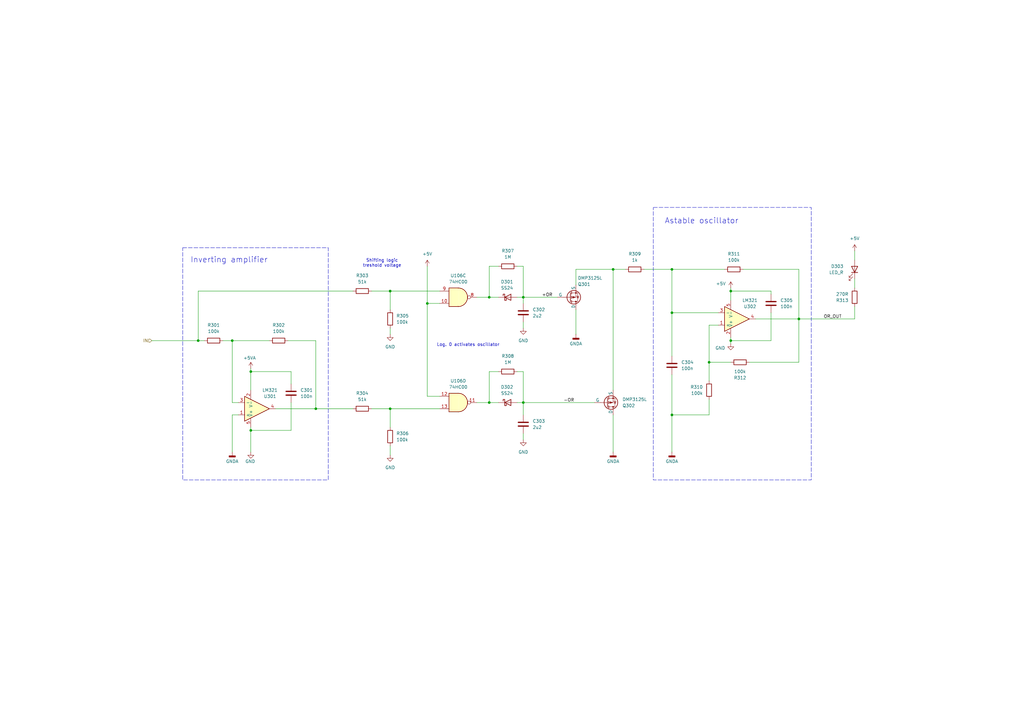
<source format=kicad_sch>
(kicad_sch (version 20250114) (generator "eeschema") (generator_version "9.0")
  (paper "A3")
  (lib_symbols
    (symbol "74xx:74HC00" (pin_names (offset 1.016))
      (property "Reference" "U" (at 0 1.27 0))
      (property "Value" "74HC00" (at 0 -1.27 0))
      (symbol "74HC00_1_1"
        (arc (start 0 3.81) (mid 3.7934 0) (end 0 -3.81) (stroke (width 0.254)) (fill (type background)))
        (polyline (pts (xy 0 3.81) (xy -3.81 3.81) (xy -3.81 -3.81) (xy 0 -3.81)) (stroke (width 0.254)) (fill (type background)))
        (pin input line (at -7.62 2.54 0) (length 3.81) (name "~") (number "1"))
        (pin input line (at -7.62 -2.54 0) (length 3.81) (name "~") (number "2"))
        (pin output inverted (at 7.62 0 180) (length 3.81) (name "~") (number "3"))
      )
      (symbol "74HC00_1_2"
        (arc (start -3.81 3.81) (mid -2.589 0) (end -3.81 -3.81) (stroke (width 0.254)))
        (polyline (pts (xy -3.81 3.81) (xy -0.635 3.81)) (stroke (width 0.254)) (fill (type background)))
        (polyline (pts (xy -3.81 -3.81) (xy -0.635 -3.81)) (stroke (width 0.254)) (fill (type background)))
        (arc (start 3.81 0) (mid 2.1855 -2.584) (end -0.6096 -3.81) (stroke (width 0.254)) (fill (type background)))
        (arc (start -0.6096 3.81) (mid 2.1928 2.5924) (end 3.81 0) (stroke (width 0.254)) (fill (type background)))
        (polyline (pts (xy -0.635 3.81) (xy -3.81 3.81) (xy -3.81 3.81) (xy -3.556 3.4036) (xy -3.0226 2.2606) (xy -2.6924 1.0414) (xy -2.6162 -0.254) (xy -2.7686 -1.4986) (xy -3.175 -2.7178) (xy -3.81 -3.81) (xy -3.81 -3.81) (xy -0.635 -3.81)) (stroke (width -25.4)) (fill (type background)))
        (pin input inverted (at -7.62 2.54 0) (length 4.318) (name "~") (number "1"))
        (pin input inverted (at -7.62 -2.54 0) (length 4.318) (name "~") (number "2"))
        (pin output line (at 7.62 0 180) (length 3.81) (name "~") (number "3"))
      )
      (symbol "74HC00_2_1"
        (arc (start 0 3.81) (mid 3.7934 0) (end 0 -3.81) (stroke (width 0.254)) (fill (type background)))
        (polyline (pts (xy 0 3.81) (xy -3.81 3.81) (xy -3.81 -3.81) (xy 0 -3.81)) (stroke (width 0.254)) (fill (type background)))
        (pin input line (at -7.62 2.54 0) (length 3.81) (name "~") (number "4"))
        (pin input line (at -7.62 -2.54 0) (length 3.81) (name "~") (number "5"))
        (pin output inverted (at 7.62 0 180) (length 3.81) (name "~") (number "6"))
      )
      (symbol "74HC00_2_2"
        (arc (start -3.81 3.81) (mid -2.589 0) (end -3.81 -3.81) (stroke (width 0.254)))
        (polyline (pts (xy -3.81 3.81) (xy -0.635 3.81)) (stroke (width 0.254)) (fill (type background)))
        (polyline (pts (xy -3.81 -3.81) (xy -0.635 -3.81)) (stroke (width 0.254)) (fill (type background)))
        (arc (start 3.81 0) (mid 2.1855 -2.584) (end -0.6096 -3.81) (stroke (width 0.254)) (fill (type background)))
        (arc (start -0.6096 3.81) (mid 2.1928 2.5924) (end 3.81 0) (stroke (width 0.254)) (fill (type background)))
        (polyline (pts (xy -0.635 3.81) (xy -3.81 3.81) (xy -3.81 3.81) (xy -3.556 3.4036) (xy -3.0226 2.2606) (xy -2.6924 1.0414) (xy -2.6162 -0.254) (xy -2.7686 -1.4986) (xy -3.175 -2.7178) (xy -3.81 -3.81) (xy -3.81 -3.81) (xy -0.635 -3.81)) (stroke (width -25.4)) (fill (type background)))
        (pin input inverted (at -7.62 2.54 0) (length 4.318) (name "~") (number "4"))
        (pin input inverted (at -7.62 -2.54 0) (length 4.318) (name "~") (number "5"))
        (pin output line (at 7.62 0 180) (length 3.81) (name "~") (number "6"))
      )
      (symbol "74HC00_3_1"
        (arc (start 0 3.81) (mid 3.7934 0) (end 0 -3.81) (stroke (width 0.254)) (fill (type background)))
        (polyline (pts (xy 0 3.81) (xy -3.81 3.81) (xy -3.81 -3.81) (xy 0 -3.81)) (stroke (width 0.254)) (fill (type background)))
        (pin input line (at -7.62 2.54 0) (length 3.81) (name "~") (number "9"))
        (pin input line (at -7.62 -2.54 0) (length 3.81) (name "~") (number "10"))
        (pin output inverted (at 7.62 0 180) (length 3.81) (name "~") (number "8"))
      )
      (symbol "74HC00_3_2"
        (arc (start -3.81 3.81) (mid -2.589 0) (end -3.81 -3.81) (stroke (width 0.254)))
        (polyline (pts (xy -3.81 3.81) (xy -0.635 3.81)) (stroke (width 0.254)) (fill (type background)))
        (polyline (pts (xy -3.81 -3.81) (xy -0.635 -3.81)) (stroke (width 0.254)) (fill (type background)))
        (arc (start 3.81 0) (mid 2.1855 -2.584) (end -0.6096 -3.81) (stroke (width 0.254)) (fill (type background)))
        (arc (start -0.6096 3.81) (mid 2.1928 2.5924) (end 3.81 0) (stroke (width 0.254)) (fill (type background)))
        (polyline (pts (xy -0.635 3.81) (xy -3.81 3.81) (xy -3.81 3.81) (xy -3.556 3.4036) (xy -3.0226 2.2606) (xy -2.6924 1.0414) (xy -2.6162 -0.254) (xy -2.7686 -1.4986) (xy -3.175 -2.7178) (xy -3.81 -3.81) (xy -3.81 -3.81) (xy -0.635 -3.81)) (stroke (width -25.4)) (fill (type background)))
        (pin input inverted (at -7.62 2.54 0) (length 4.318) (name "~") (number "9"))
        (pin input inverted (at -7.62 -2.54 0) (length 4.318) (name "~") (number "10"))
        (pin output line (at 7.62 0 180) (length 3.81) (name "~") (number "8"))
      )
      (symbol "74HC00_4_1"
        (arc (start 0 3.81) (mid 3.7934 0) (end 0 -3.81) (stroke (width 0.254)) (fill (type background)))
        (polyline (pts (xy 0 3.81) (xy -3.81 3.81) (xy -3.81 -3.81) (xy 0 -3.81)) (stroke (width 0.254)) (fill (type background)))
        (pin input line (at -7.62 2.54 0) (length 3.81) (name "~") (number "12"))
        (pin input line (at -7.62 -2.54 0) (length 3.81) (name "~") (number "13"))
        (pin output inverted (at 7.62 0 180) (length 3.81) (name "~") (number "11"))
      )
      (symbol "74HC00_4_2"
        (arc (start -3.81 3.81) (mid -2.589 0) (end -3.81 -3.81) (stroke (width 0.254)))
        (polyline (pts (xy -3.81 3.81) (xy -0.635 3.81)) (stroke (width 0.254)) (fill (type background)))
        (polyline (pts (xy -3.81 -3.81) (xy -0.635 -3.81)) (stroke (width 0.254)) (fill (type background)))
        (arc (start 3.81 0) (mid 2.1855 -2.584) (end -0.6096 -3.81) (stroke (width 0.254)) (fill (type background)))
        (arc (start -0.6096 3.81) (mid 2.1928 2.5924) (end 3.81 0) (stroke (width 0.254)) (fill (type background)))
        (polyline (pts (xy -0.635 3.81) (xy -3.81 3.81) (xy -3.81 3.81) (xy -3.556 3.4036) (xy -3.0226 2.2606) (xy -2.6924 1.0414) (xy -2.6162 -0.254) (xy -2.7686 -1.4986) (xy -3.175 -2.7178) (xy -3.81 -3.81) (xy -3.81 -3.81) (xy -0.635 -3.81)) (stroke (width -25.4)) (fill (type background)))
        (pin input inverted (at -7.62 2.54 0) (length 4.318) (name "~") (number "12"))
        (pin input inverted (at -7.62 -2.54 0) (length 4.318) (name "~") (number "13"))
        (pin output line (at 7.62 0 180) (length 3.81) (name "~") (number "11"))
      )
      (symbol "74HC00_5_0"
        (pin power_in line (at 0 12.7 270) (length 5.08) (name "VCC") (number "14"))
        (pin power_in line (at 0 -12.7 90) (length 5.08) (name "GND") (number "7"))
      )
      (symbol "74HC00_5_1"
        (rectangle (start -5.08 7.62) (end 5.08 -7.62) (stroke (width 0.254)) (fill (type background)))
      )
    )
    (symbol "Device:C" (pin_numbers (hide yes)) (pin_names (offset 0.254))
      (property "Reference" "C" (at 0.635 2.54 0))
      (property "Value" "C" (at 0.635 -2.54 0))
      (symbol "C_0_1"
        (polyline (pts (xy -2.032 0.762) (xy 2.032 0.762)) (stroke (width 0.508)))
        (polyline (pts (xy -2.032 -0.762) (xy 2.032 -0.762)) (stroke (width 0.508)))
      )
      (symbol "C_1_1"
        (pin passive line (at 0 3.81 270) (length 2.794) (name "~") (number "1"))
        (pin passive line (at 0 -3.81 90) (length 2.794) (name "~") (number "2"))
      )
    )
    (symbol "Device:LED" (pin_numbers (hide yes)) (pin_names (offset 1.016) (hide yes))
      (property "Reference" "D" (at 0 2.54 0))
      (property "Value" "LED" (at 0 -2.54 0))
      (symbol "LED_0_1"
        (polyline (pts (xy -3.048 -0.762) (xy -4.572 -2.286) (xy -3.81 -2.286) (xy -4.572 -2.286) (xy -4.572 -1.524)))
        (polyline (pts (xy -1.778 -0.762) (xy -3.302 -2.286) (xy -2.54 -2.286) (xy -3.302 -2.286) (xy -3.302 -1.524)))
        (polyline (pts (xy -1.27 0) (xy 1.27 0)))
        (polyline (pts (xy -1.27 -1.27) (xy -1.27 1.27)) (stroke (width 0.254)))
        (polyline (pts (xy 1.27 -1.27) (xy 1.27 1.27) (xy -1.27 0) (xy 1.27 -1.27)) (stroke (width 0.254)))
      )
      (symbol "LED_1_1"
        (pin passive line (at -3.81 0 0) (length 2.54) (name "K") (number "1"))
        (pin passive line (at 3.81 0 180) (length 2.54) (name "A") (number "2"))
      )
    )
    (symbol "Device:R" (pin_numbers (hide yes)) (pin_names (offset 0))
      (property "Reference" "R" (at 2.032 0 90))
      (property "Value" "R" (at 0 0 90))
      (symbol "R_0_1"
        (rectangle (start -1.016 -2.54) (end 1.016 2.54) (stroke (width 0.254)))
      )
      (symbol "R_1_1"
        (pin passive line (at 0 3.81 270) (length 1.27) (name "~") (number "1"))
        (pin passive line (at 0 -3.81 90) (length 1.27) (name "~") (number "2"))
      )
    )
    (symbol "Diode:SS24" (pin_numbers (hide yes)) (pin_names (offset 1.016) (hide yes))
      (property "Reference" "D" (at 0 2.54 0))
      (property "Value" "SS24" (at 0 -2.54 0))
      (symbol "SS24_0_1"
        (polyline (pts (xy -1.905 0.635) (xy -1.905 1.27) (xy -1.27 1.27) (xy -1.27 -1.27) (xy -0.635 -1.27) (xy -0.635 -0.635)) (stroke (width 0.254)))
        (polyline (pts (xy 1.27 1.27) (xy 1.27 -1.27) (xy -1.27 0) (xy 1.27 1.27)) (stroke (width 0.254)))
        (polyline (pts (xy 1.27 0) (xy -1.27 0)))
      )
      (symbol "SS24_1_1"
        (pin passive line (at -3.81 0 0) (length 2.54) (name "K") (number "1"))
        (pin passive line (at 3.81 0 180) (length 2.54) (name "A") (number "2"))
      )
    )
    (symbol "LM321_1"
      (property "Reference" "U302" (at 7.874 -5.08 0))
      (property "Value" "LM321" (at 7.874 -7.62 0))
      (symbol "LM321_1_0_1"
        (polyline (pts (xy -2.54 5.08) (xy 7.62 0) (xy -2.54 -5.08) (xy -2.54 5.08)) (stroke (width 0.254)) (fill (type background)))
      )
      (symbol "LM321_1_1_1"
        (pin input line (at -5.08 2.54 0) (length 2.54) (name "+") (number "1"))
        (pin input line (at -5.08 -2.54 0) (length 2.54) (name "-") (number "3"))
        (pin power_in line (at 0 7.62 270) (length 3.81) (name "V+") (number "2"))
        (pin power_in line (at 0 -7.62 90) (length 3.81) (name "V-") (number "5"))
        (pin output line (at 10.16 0 180) (length 2.54) (name "~") (number "4"))
      )
    )
    (symbol "Simulation_SPICE:PMOS" (pin_numbers (hide yes)) (pin_names (offset 0))
      (property "Reference" "Q401" (at 8.89 0 90))
      (property "Value" "DMP3125L" (at 6.35 0 90))
      (symbol "PMOS_0_1"
        (polyline (pts (xy 0.254 1.905) (xy 0.254 -1.905)) (stroke (width 0.254)))
        (polyline (pts (xy 0.254 0) (xy -2.54 0)))
        (polyline (pts (xy 0.762 2.286) (xy 0.762 1.27)) (stroke (width 0.254)))
        (polyline (pts (xy 0.762 1.778) (xy 3.302 1.778) (xy 3.302 -1.778) (xy 0.762 -1.778)))
        (polyline (pts (xy 0.762 0.508) (xy 0.762 -0.508)) (stroke (width 0.254)))
        (polyline (pts (xy 0.762 -1.27) (xy 0.762 -2.286)) (stroke (width 0.254)))
        (circle (center 1.651 0) (radius 2.794) (stroke (width 0.254)))
        (polyline (pts (xy 2.286 0) (xy 1.27 0.381) (xy 1.27 -0.381) (xy 2.286 0)) (fill (type outline)))
        (polyline (pts (xy 2.54 2.54) (xy 2.54 1.778)))
        (circle (center 2.54 1.778) (radius 0.254) (fill (type outline)))
        (circle (center 2.54 -1.778) (radius 0.254) (fill (type outline)))
        (polyline (pts (xy 2.54 -2.54) (xy 2.54 0) (xy 0.762 0)))
        (polyline (pts (xy 2.794 -0.508) (xy 2.921 -0.381) (xy 3.683 -0.381) (xy 3.81 -0.254)))
        (polyline (pts (xy 3.302 -0.381) (xy 2.921 0.254) (xy 3.683 0.254) (xy 3.302 -0.381)))
      )
      (symbol "PMOS_1_1"
        (pin input line (at -5.08 0 0) (length 2.54) (name "G") (number "1"))
        (pin passive line (at 2.54 5.08 270) (length 2.54) (name "D") (number "2"))
        (pin passive line (at 2.54 -5.08 90) (length 2.54) (name "S") (number "3"))
      )
    )
    (symbol "power:+12V" (power) (pin_numbers (hide yes)) (pin_names (offset 0) (hide yes))
      (property "Value" "+12V" (at 0 3.556 0))
      (symbol "+12V_0_1"
        (polyline (pts (xy -0.762 1.27) (xy 0 2.54)))
        (polyline (pts (xy 0 2.54) (xy 0.762 1.27)))
        (polyline (pts (xy 0 0) (xy 0 2.54)))
      )
      (symbol "+12V_1_1"
        (pin power_in line (at 0 0 90) (length 0) (name "~") (number "1"))
      )
    )
    (symbol "power:GND" (power) (pin_numbers (hide yes)) (pin_names (offset 0) (hide yes))
      (property "Value" "GND" (at 0 -3.81 0))
      (symbol "GND_0_1"
        (polyline (pts (xy 0 0) (xy 0 -1.27) (xy 1.27 -1.27) (xy 0 -2.54) (xy -1.27 -1.27) (xy 0 -1.27)))
      )
      (symbol "GND_1_1"
        (pin power_in line (at 0 0 270) (length 0) (name "~") (number "1"))
      )
    )
    (symbol "power:GNDD" (power) (pin_numbers (hide yes)) (pin_names (offset 0) (hide yes))
      (property "Value" "GNDD" (at 0 -3.175 0))
      (symbol "GNDD_0_1"
        (rectangle (start -1.27 -1.524) (end 1.27 -2.032) (stroke (width 0.254)) (fill (type outline)))
        (polyline (pts (xy 0 0) (xy 0 -1.524)))
      )
      (symbol "GNDD_1_1"
        (pin power_in line (at 0 0 270) (length 0) (name "~") (number "1"))
      )
    )
    (symbol "w-analog-ic:LM321"
      (property "Reference" "U" (at 10.16 8.89 0))
      (property "Value" "LM321" (at 10.16 6.35 0))
      (symbol "LM321_0_1"
        (polyline (pts (xy -2.54 5.08) (xy 7.62 0) (xy -2.54 -5.08) (xy -2.54 5.08)) (stroke (width 0.254)) (fill (type background)))
        (pin power_in line (at 0 7.62 270) (length 3.81) (name "V+") (number "5"))
        (pin power_in line (at 0 -7.62 90) (length 3.81) (name "V-") (number "2"))
      )
      (symbol "LM321_1_1"
        (pin input line (at -5.08 2.54 0) (length 2.54) (name "+") (number "1"))
        (pin input line (at -5.08 -2.54 0) (length 2.54) (name "-") (number "3"))
        (pin output line (at 10.16 0 180) (length 2.54) (name "~") (number "4"))
      )
    )
  )
  (rectangle (start 74.93 101.6) (end 134.62 196.85) (stroke (width 0) (type dash)))
  (rectangle (start 267.97 85.09) (end 332.74 196.85) (stroke (width 0) (type dash)))
  (text "Astable oscillator" (at 287.782 90.678 0) (effects (font (size 2.27 2.27))))
  (text "Log. 0 activates oscillator" (at 192.024 141.478 0) (effects (font (size 1.27 1.27))))
  (text "Inverting amplifier" (at 93.98 106.68 0) (effects (font (size 2.27 2.27))))
  (text "Shifting logic\ntreshold voltage" (at 156.718 107.95 0) (effects (font (size 1.27 1.27))))
  (junction (at 214.63 165.1))
  (junction (at 129.54 167.64))
  (junction (at 290.83 148.59))
  (junction (at 200.66 165.1))
  (junction (at 275.59 170.18))
  (junction (at 299.72 139.7))
  (junction (at 275.59 110.49))
  (junction (at 299.72 119.38))
  (junction (at 95.25 139.7))
  (junction (at 160.02 167.64))
  (junction (at 102.87 152.4))
  (junction (at 275.59 128.27))
  (junction (at 200.66 121.92))
  (junction (at 327.66 130.81))
  (junction (at 175.26 124.46))
  (junction (at 160.02 119.38))
  (junction (at 214.63 121.92))
  (junction (at 251.46 110.49))
  (junction (at 102.87 176.53))
  (junction (at 81.28 139.7))
  (wire (pts (xy 264.16 110.49) (xy 275.59 110.49)))
  (wire (pts (xy 299.72 140.97) (xy 299.72 139.7)))
  (wire (pts (xy 175.26 124.46) (xy 175.26 162.56)))
  (wire (pts (xy 180.34 167.64) (xy 160.02 167.64)))
  (wire (pts (xy 102.87 152.4) (xy 119.38 152.4)))
  (wire (pts (xy 275.59 153.67) (xy 275.59 170.18)))
  (wire (pts (xy 290.83 133.35) (xy 290.83 148.59)))
  (wire (pts (xy 350.52 125.73) (xy 350.52 130.81)))
  (wire (pts (xy 129.54 167.64) (xy 144.78 167.64)))
  (wire (pts (xy 309.88 130.81) (xy 327.66 130.81)))
  (wire (pts (xy 118.11 139.7) (xy 129.54 139.7)))
  (wire (pts (xy 290.83 163.83) (xy 290.83 170.18)))
  (wire (pts (xy 251.46 110.49) (xy 256.54 110.49)))
  (wire (pts (xy 316.23 120.65) (xy 316.23 119.38)))
  (wire (pts (xy 81.28 119.38) (xy 81.28 139.7)))
  (wire (pts (xy 290.83 148.59) (xy 290.83 156.21)))
  (wire (pts (xy 350.52 114.3) (xy 350.52 118.11)))
  (wire (pts (xy 175.26 162.56) (xy 180.34 162.56)))
  (wire (pts (xy 119.38 165.1) (xy 119.38 176.53)))
  (wire (pts (xy 212.09 109.22) (xy 214.63 109.22)))
  (wire (pts (xy 113.03 167.64) (xy 129.54 167.64)))
  (wire (pts (xy 212.09 121.92) (xy 214.63 121.92)))
  (wire (pts (xy 214.63 121.92) (xy 214.63 124.46)))
  (wire (pts (xy 102.87 151.13) (xy 102.87 152.4)))
  (wire (pts (xy 95.25 165.1) (xy 95.25 139.7)))
  (wire (pts (xy 95.25 165.1) (xy 97.79 165.1)))
  (wire (pts (xy 160.02 119.38) (xy 160.02 127)))
  (wire (pts (xy 212.09 152.4) (xy 214.63 152.4)))
  (wire (pts (xy 81.28 139.7) (xy 83.82 139.7)))
  (wire (pts (xy 97.79 170.18) (xy 95.25 170.18)))
  (wire (pts (xy 200.66 121.92) (xy 204.47 121.92)))
  (wire (pts (xy 95.25 139.7) (xy 110.49 139.7)))
  (wire (pts (xy 236.22 110.49) (xy 251.46 110.49)))
  (wire (pts (xy 251.46 110.49) (xy 251.46 160.02)))
  (wire (pts (xy 160.02 182.88) (xy 160.02 186.69)))
  (wire (pts (xy 200.66 152.4) (xy 204.47 152.4)))
  (wire (pts (xy 299.72 139.7) (xy 299.72 138.43)))
  (wire (pts (xy 275.59 170.18) (xy 275.59 185.42)))
  (wire (pts (xy 294.64 128.27) (xy 275.59 128.27)))
  (wire (pts (xy 214.63 165.1) (xy 214.63 170.18)))
  (wire (pts (xy 62.23 139.7) (xy 81.28 139.7)))
  (wire (pts (xy 200.66 109.22) (xy 204.47 109.22)))
  (wire (pts (xy 214.63 165.1) (xy 243.84 165.1)))
  (wire (pts (xy 195.58 121.92) (xy 200.66 121.92)))
  (wire (pts (xy 144.78 119.38) (xy 81.28 119.38)))
  (wire (pts (xy 102.87 176.53) (xy 102.87 175.26)))
  (wire (pts (xy 119.38 157.48) (xy 119.38 152.4)))
  (wire (pts (xy 200.66 165.1) (xy 204.47 165.1)))
  (wire (pts (xy 214.63 177.8) (xy 214.63 180.34)))
  (wire (pts (xy 290.83 133.35) (xy 294.64 133.35)))
  (wire (pts (xy 297.18 110.49) (xy 275.59 110.49)))
  (wire (pts (xy 299.72 148.59) (xy 290.83 148.59)))
  (wire (pts (xy 214.63 121.92) (xy 228.6 121.92)))
  (wire (pts (xy 299.72 118.11) (xy 299.72 119.38)))
  (wire (pts (xy 160.02 134.62) (xy 160.02 137.16)))
  (wire (pts (xy 200.66 121.92) (xy 200.66 109.22)))
  (wire (pts (xy 236.22 116.84) (xy 236.22 110.49)))
  (wire (pts (xy 91.44 139.7) (xy 95.25 139.7)))
  (wire (pts (xy 195.58 165.1) (xy 200.66 165.1)))
  (wire (pts (xy 212.09 165.1) (xy 214.63 165.1)))
  (wire (pts (xy 275.59 110.49) (xy 275.59 128.27)))
  (wire (pts (xy 251.46 185.42) (xy 251.46 170.18)))
  (wire (pts (xy 175.26 124.46) (xy 180.34 124.46)))
  (wire (pts (xy 160.02 119.38) (xy 180.34 119.38)))
  (wire (pts (xy 129.54 139.7) (xy 129.54 167.64)))
  (wire (pts (xy 327.66 130.81) (xy 350.52 130.81)))
  (wire (pts (xy 200.66 165.1) (xy 200.66 152.4)))
  (wire (pts (xy 152.4 119.38) (xy 160.02 119.38)))
  (wire (pts (xy 275.59 128.27) (xy 275.59 146.05)))
  (wire (pts (xy 290.83 170.18) (xy 275.59 170.18)))
  (wire (pts (xy 327.66 110.49) (xy 304.8 110.49)))
  (wire (pts (xy 214.63 132.08) (xy 214.63 134.62)))
  (wire (pts (xy 236.22 137.16) (xy 236.22 127)))
  (wire (pts (xy 102.87 185.42) (xy 102.87 176.53)))
  (wire (pts (xy 316.23 139.7) (xy 299.72 139.7)))
  (wire (pts (xy 316.23 128.27) (xy 316.23 139.7)))
  (wire (pts (xy 299.72 119.38) (xy 316.23 119.38)))
  (wire (pts (xy 102.87 152.4) (xy 102.87 160.02)))
  (wire (pts (xy 327.66 130.81) (xy 327.66 148.59)))
  (wire (pts (xy 119.38 176.53) (xy 102.87 176.53)))
  (wire (pts (xy 95.25 170.18) (xy 95.25 185.42)))
  (wire (pts (xy 327.66 110.49) (xy 327.66 130.81)))
  (wire (pts (xy 214.63 109.22) (xy 214.63 121.92)))
  (wire (pts (xy 152.4 167.64) (xy 160.02 167.64)))
  (wire (pts (xy 299.72 119.38) (xy 299.72 123.19)))
  (wire (pts (xy 350.52 106.68) (xy 350.52 102.87)))
  (wire (pts (xy 175.26 109.22) (xy 175.26 124.46)))
  (wire (pts (xy 160.02 167.64) (xy 160.02 175.26)))
  (wire (pts (xy 327.66 148.59) (xy 307.34 148.59)))
  (wire (pts (xy 214.63 152.4) (xy 214.63 165.1)))
  (label "OR_OUT" (at 337.82 130.81 0))
  (label "+OR" (at 222.25 121.92 0))
  (label "-OR" (at 231.14 165.1 0))
  (hierarchical_label "IN" (shape input) (at 62.23 139.7 180))
  (symbol (lib_id "Device:C") (at 214.63 173.99 0) (unit 1)
    (property "Reference" "C303" (at 218.44 172.7199 0) (effects (justify left)))
    (property "Value" "2u2" (at 218.44 175.2599 0) (effects (justify left)))
    (property "Footprint" "Capacitor_SMD:C_0603_1608Metric" (effects (hide yes)))
    (property "Description" "Unpolarized capacitor" (effects (hide yes)))
  )
  (symbol (lib_id "power:+12V") (at 350.52 102.87 0) (unit 1)
    (property "Reference" "#PWR0314" (effects (hide yes)))
    (property "Value" "+5V" (at 350.52 97.79 0))
    (property "Description" "Power symbol creates a global label with name \"+12V\"" (effects (hide yes)))
  )
  (symbol (lib_id "Device:LED") (at 350.52 110.49 270) (mirror x) (unit 1)
    (property "Reference" "D303" (at 345.948 109.22 90) (effects (justify right)))
    (property "Value" "LED_R" (at 345.948 111.76 90) (effects (justify right)))
    (property "Footprint" "LED_THT:LED_D3.0mm" (effects (hide yes)))
    (property "Description" "Light emitting diode" (effects (hide yes)))
    (property "Sim.Pins" "1=K 2=A" (effects (hide yes)))
  )
  (symbol (lib_id "Device:C") (at 119.38 161.29 0) (unit 1)
    (property "Reference" "C301" (at 123.19 160.0199 0) (effects (justify left)))
    (property "Value" "100n" (at 123.19 162.5599 0) (effects (justify left)))
    (property "Footprint" "Capacitor_SMD:C_0603_1608Metric" (effects (hide yes)))
    (property "Description" "Unpolarized capacitor" (effects (hide yes)))
  )
  (symbol (lib_id "Device:R") (at 148.59 119.38 90) (unit 1)
    (property "Reference" "R303" (at 148.59 113.03 90))
    (property "Value" "51k" (at 148.59 115.57 90))
    (property "Footprint" "Resistor_SMD:R_0603_1608Metric" (effects (hide yes)))
    (property "Description" "Resistor" (effects (hide yes)))
  )
  (symbol (lib_id "Diode:SS24") (at 208.28 165.1 0) (unit 1)
    (property "Reference" "D302" (at 207.9625 158.75 0))
    (property "Value" "SS24" (at 207.9625 161.29 0))
    (property "Footprint" "w-diode:SOD-123LF" (effects (hide yes)))
    (property "Datasheet" "https://www.vishay.com/docs/88748/ss22.pdf" (effects (hide yes)))
    (property "Description" "40V 2A Schottky Diode, SMA" (effects (hide yes)))
  )
  (symbol (lib_id "power:GND") (at 299.72 140.97 0) (unit 1)
    (property "Reference" "#PWR0313" (effects (hide yes)))
    (property "Value" "GND" (at 295.402 142.748 0))
    (property "Description" "Power symbol creates a global label with name \"GND\" , ground" (effects (hide yes)))
  )
  (symbol (lib_id "power:GNDD") (at 251.46 185.42 0) (unit 1)
    (property "Reference" "#PWR0310" (effects (hide yes)))
    (property "Value" "GNDA" (at 251.46 189.23 0))
    (property "Description" "Power symbol creates a global label with name \"GNDD\" , digital ground" (effects (hide yes)))
  )
  (symbol (lib_id "Simulation_SPICE:PMOS") (at 233.68 121.92 0) (mirror x) (unit 1)
    (property "Reference" "Q301" (at 236.982 116.586 0) (effects (justify left)))
    (property "Value" "DMP3125L" (at 236.982 114.046 0) (effects (justify left)))
    (property "Footprint" "w-transistor:SOT23-3" (effects (hide yes)))
    (property "Datasheet" "https://4donline.ihs.com/images/VipMasterIC/IC/DIOD/DIOD-S-A0004145107/DIOD-S-A0004145134-1.pdf?hkey=CECEF36DEECDED6468708AAF2E19C0C6" (effects (hide yes)))
    (property "Description" "P-MOSFET transistor, drain/source/gate" (effects (hide yes)))
    (property "Sim.Device" "PMOS" (effects (hide yes)))
    (property "Sim.Type" "VDMOS" (effects (hide yes)))
    (property "Sim.Pins" "1=D 2=G 3=S" (effects (hide yes)))
    (property "Store" "https://cz.mouser.com/ProductDetail/Diodes-Incorporated/DMP3125L-7?qs=W0yvOO0ixfH8ma8MdHfXQA%3D%3D" (effects (hide yes)))
  )
  (symbol (lib_name "LM321_1") (lib_id "w-analog-ic:LM321") (at 299.72 130.81 0) (mirror x) (unit 1)
    (property "Reference" "U302" (at 307.594 125.73 0))
    (property "Value" "LM321" (at 307.594 123.19 0))
    (property "Footprint" "w-ic:SOT-23-5L" (effects (hide yes)))
    (property "Datasheet" "https://img.gme.cz/files/eshop_data/eshop_data/6/926-031/dsh.926-031.1.pdf" (effects (hide yes)))
    (property "Description" "Low Power Single Op Amp" (effects (hide yes)))
  )
  (symbol (lib_id "Device:R") (at 350.52 121.92 0) (mirror x) (unit 1)
    (property "Reference" "R313" (at 345.44 123.19 0))
    (property "Value" "270R" (at 345.44 120.65 0))
    (property "Footprint" "Resistor_SMD:R_0603_1608Metric" (effects (hide yes)))
    (property "Description" "Resistor" (effects (hide yes)))
  )
  (symbol (lib_id "power:GND") (at 214.63 134.62 0) (unit 1)
    (property "Reference" "#PWR0307" (effects (hide yes)))
    (property "Value" "GND" (at 214.63 139.7 0))
    (property "Description" "Power symbol creates a global label with name \"GND\" , ground" (effects (hide yes)))
  )
  (symbol (lib_id "74xx:74HC00") (at 187.96 165.1 0) (unit 4)
    (property "Reference" "U106" (at 187.9517 156.21 0))
    (property "Value" "74HC00" (at 187.9517 158.75 0))
    (property "Footprint" "w-ic:SOIC-14 3.9x8.6mm P1.27mm" (effects (hide yes)))
    (property "Datasheet" "http://www.ti.com/lit/gpn/sn74hc00" (effects (hide yes)))
    (property "Description" "quad 2-input NAND gate" (effects (hide yes)))
  )
  (symbol (lib_id "power:+12V") (at 299.72 118.11 0) (unit 1)
    (property "Reference" "#PWR0312" (effects (hide yes)))
    (property "Value" "+5V" (at 295.656 116.332 0))
    (property "Description" "Power symbol creates a global label with name \"+12V\"" (effects (hide yes)))
  )
  (symbol (lib_id "power:+12V") (at 102.87 151.13 0) (unit 1)
    (property "Reference" "#PWR0302" (effects (hide yes)))
    (property "Value" "+5VA" (at 102.362 146.812 0))
    (property "Description" "Power symbol creates a global label with name \"+12V\"" (effects (hide yes)))
  )
  (symbol (lib_id "power:GNDD") (at 275.59 185.42 0) (unit 1)
    (property "Reference" "#PWR0311" (effects (hide yes)))
    (property "Value" "GNDA" (at 275.59 189.23 0))
    (property "Description" "Power symbol creates a global label with name \"GNDD\" , digital ground" (effects (hide yes)))
  )
  (symbol (lib_id "Device:R") (at 290.83 160.02 0) (mirror x) (unit 1)
    (property "Reference" "R310" (at 288.29 158.7499 0) (effects (justify right)))
    (property "Value" "100k" (at 288.29 161.2899 0) (effects (justify right)))
    (property "Footprint" "Resistor_SMD:R_0603_1608Metric" (effects (hide yes)))
    (property "Description" "Resistor" (effects (hide yes)))
  )
  (symbol (lib_id "Device:R") (at 208.28 109.22 90) (mirror x) (unit 1)
    (property "Reference" "R307" (at 208.28 102.87 90))
    (property "Value" "1M" (at 208.28 105.41 90))
    (property "Footprint" "Resistor_SMD:R_0603_1608Metric" (effects (hide yes)))
    (property "Description" "Resistor" (effects (hide yes)))
  )
  (symbol (lib_id "Device:R") (at 148.59 167.64 90) (unit 1)
    (property "Reference" "R304" (at 148.59 161.29 90))
    (property "Value" "51k" (at 148.59 163.83 90))
    (property "Footprint" "Resistor_SMD:R_0603_1608Metric" (effects (hide yes)))
    (property "Description" "Resistor" (effects (hide yes)))
  )
  (symbol (lib_id "power:GNDD") (at 236.22 137.16 0) (unit 1)
    (property "Reference" "#PWR0309" (effects (hide yes)))
    (property "Value" "GNDA" (at 236.22 140.97 0))
    (property "Description" "Power symbol creates a global label with name \"GNDD\" , digital ground" (effects (hide yes)))
  )
  (symbol (lib_id "Device:R") (at 114.3 139.7 90) (unit 1)
    (property "Reference" "R302" (at 114.3 133.35 90))
    (property "Value" "100k" (at 114.3 135.89 90))
    (property "Footprint" "Resistor_SMD:R_0603_1608Metric" (effects (hide yes)))
    (property "Description" "Resistor" (effects (hide yes)))
  )
  (symbol (lib_id "Device:C") (at 275.59 149.86 0) (unit 1)
    (property "Reference" "C304" (at 279.4 148.5899 0) (effects (justify left)))
    (property "Value" "100n" (at 279.4 151.1299 0) (effects (justify left)))
    (property "Footprint" "Capacitor_SMD:C_0603_1608Metric" (effects (hide yes)))
    (property "Description" "Unpolarized capacitor" (effects (hide yes)))
  )
  (symbol (lib_id "Device:R") (at 208.28 152.4 90) (mirror x) (unit 1)
    (property "Reference" "R308" (at 208.28 146.05 90))
    (property "Value" "1M" (at 208.28 148.59 90))
    (property "Footprint" "Resistor_SMD:R_0603_1608Metric" (effects (hide yes)))
    (property "Description" "Resistor" (effects (hide yes)))
  )
  (symbol (lib_id "power:GND") (at 102.87 185.42 0) (unit 1)
    (property "Reference" "#PWR0303" (effects (hide yes)))
    (property "Value" "GND" (at 102.616 189.23 0))
    (property "Description" "Power symbol creates a global label with name \"GND\" , ground" (effects (hide yes)))
  )
  (symbol (lib_id "Device:R") (at 160.02 179.07 180) (unit 1)
    (property "Reference" "R306" (at 162.56 177.7999 0) (effects (justify right)))
    (property "Value" "100k" (at 162.56 180.3399 0) (effects (justify right)))
    (property "Footprint" "Resistor_SMD:R_0603_1608Metric" (effects (hide yes)))
    (property "Description" "Resistor" (effects (hide yes)))
  )
  (symbol (lib_id "w-analog-ic:LM321") (at 102.87 167.64 0) (mirror x) (unit 1)
    (property "Reference" "U301" (at 110.744 162.56 0))
    (property "Value" "LM321" (at 110.744 160.02 0))
    (property "Footprint" "w-ic:SOT-23-5L" (effects (hide yes)))
    (property "Datasheet" "https://img.gme.cz/files/eshop_data/eshop_data/6/926-031/dsh.926-031.1.pdf" (effects (hide yes)))
    (property "Description" "Low Power Single Op Amp" (effects (hide yes)))
  )
  (symbol (lib_id "power:+12V") (at 175.26 109.22 0) (unit 1)
    (property "Reference" "#PWR0306" (effects (hide yes)))
    (property "Value" "+5V" (at 175.26 104.14 0))
    (property "Description" "Power symbol creates a global label with name \"+12V\"" (effects (hide yes)))
  )
  (symbol (lib_id "Device:R") (at 260.35 110.49 90) (mirror x) (unit 1)
    (property "Reference" "R309" (at 260.35 104.14 90))
    (property "Value" "1k" (at 260.35 106.68 90))
    (property "Footprint" "Resistor_SMD:R_0603_1608Metric" (effects (hide yes)))
    (property "Description" "Resistor" (effects (hide yes)))
  )
  (symbol (lib_id "power:GND") (at 160.02 186.69 0) (unit 1)
    (property "Reference" "#PWR0305" (effects (hide yes)))
    (property "Value" "GND" (at 160.02 191.77 0))
    (property "Description" "Power symbol creates a global label with name \"GND\" , ground" (effects (hide yes)))
  )
  (symbol (lib_id "Device:C") (at 316.23 124.46 0) (unit 1)
    (property "Reference" "C305" (at 320.04 123.1899 0) (effects (justify left)))
    (property "Value" "100n" (at 320.04 125.7299 0) (effects (justify left)))
    (property "Footprint" "Capacitor_SMD:C_0603_1608Metric" (effects (hide yes)))
    (property "Description" "Unpolarized capacitor" (effects (hide yes)))
  )
  (symbol (lib_id "Simulation_SPICE:PMOS") (at 248.92 165.1 0) (mirror x) (unit 1)
    (property "Reference" "Q302" (at 255.27 166.3701 0) (effects (justify left)))
    (property "Value" "DMP3125L" (at 255.27 163.8301 0) (effects (justify left)))
    (property "Footprint" "w-transistor:SOT23-3" (effects (hide yes)))
    (property "Datasheet" "https://4donline.ihs.com/images/VipMasterIC/IC/DIOD/DIOD-S-A0004145107/DIOD-S-A0004145134-1.pdf?hkey=CECEF36DEECDED6468708AAF2E19C0C6" (effects (hide yes)))
    (property "Description" "P-MOSFET transistor, drain/source/gate" (effects (hide yes)))
    (property "Sim.Device" "PMOS" (effects (hide yes)))
    (property "Sim.Type" "VDMOS" (effects (hide yes)))
    (property "Sim.Pins" "1=D 2=G 3=S" (effects (hide yes)))
    (property "Store" "https://cz.mouser.com/ProductDetail/Diodes-Incorporated/DMP3125L-7?qs=W0yvOO0ixfH8ma8MdHfXQA%3D%3D" (effects (hide yes)))
  )
  (symbol (lib_id "Device:R") (at 160.02 130.81 180) (unit 1)
    (property "Reference" "R305" (at 162.56 129.5399 0) (effects (justify right)))
    (property "Value" "100k" (at 162.56 132.0799 0) (effects (justify right)))
    (property "Footprint" "Resistor_SMD:R_0603_1608Metric" (effects (hide yes)))
    (property "Description" "Resistor" (effects (hide yes)))
  )
  (symbol (lib_id "74xx:74HC00") (at 187.96 121.92 0) (unit 3)
    (property "Reference" "U106" (at 187.9517 113.03 0))
    (property "Value" "74HC00" (at 187.9517 115.57 0))
    (property "Footprint" "w-ic:SOIC-14 3.9x8.6mm P1.27mm" (effects (hide yes)))
    (property "Datasheet" "http://www.ti.com/lit/gpn/sn74hc00" (effects (hide yes)))
    (property "Description" "quad 2-input NAND gate" (effects (hide yes)))
  )
  (symbol (lib_id "Device:R") (at 300.99 110.49 90) (mirror x) (unit 1)
    (property "Reference" "R311" (at 300.99 104.14 90))
    (property "Value" "100k" (at 300.99 106.68 90))
    (property "Footprint" "Resistor_SMD:R_0603_1608Metric" (effects (hide yes)))
    (property "Description" "Resistor" (effects (hide yes)))
  )
  (symbol (lib_id "Device:C") (at 214.63 128.27 0) (unit 1)
    (property "Reference" "C302" (at 218.44 126.9999 0) (effects (justify left)))
    (property "Value" "2u2" (at 218.44 129.5399 0) (effects (justify left)))
    (property "Footprint" "Capacitor_SMD:C_0603_1608Metric" (effects (hide yes)))
    (property "Description" "Unpolarized capacitor" (effects (hide yes)))
  )
  (symbol (lib_id "Diode:SS24") (at 208.28 121.92 0) (unit 1)
    (property "Reference" "D301" (at 207.9625 115.57 0))
    (property "Value" "SS24" (at 207.9625 118.11 0))
    (property "Footprint" "w-diode:SOD-123LF" (effects (hide yes)))
    (property "Datasheet" "https://www.vishay.com/docs/88748/ss22.pdf" (effects (hide yes)))
    (property "Description" "40V 2A Schottky Diode, SMA" (effects (hide yes)))
  )
  (symbol (lib_id "power:GND") (at 214.63 180.34 0) (unit 1)
    (property "Reference" "#PWR0308" (effects (hide yes)))
    (property "Value" "GND" (at 214.63 185.42 0))
    (property "Description" "Power symbol creates a global label with name \"GND\" , ground" (effects (hide yes)))
  )
  (symbol (lib_id "power:GNDD") (at 95.25 185.42 0) (unit 1)
    (property "Reference" "#PWR0301" (effects (hide yes)))
    (property "Value" "GNDA" (at 95.25 189.23 0))
    (property "Description" "Power symbol creates a global label with name \"GNDD\" , digital ground" (effects (hide yes)))
  )
  (symbol (lib_id "Device:R") (at 303.53 148.59 270) (mirror x) (unit 1)
    (property "Reference" "R312" (at 303.53 154.94 90))
    (property "Value" "100k" (at 303.53 152.4 90))
    (property "Footprint" "Resistor_SMD:R_0603_1608Metric" (effects (hide yes)))
    (property "Description" "Resistor" (effects (hide yes)))
  )
  (symbol (lib_id "Device:R") (at 87.63 139.7 90) (unit 1)
    (property "Reference" "R301" (at 87.63 133.35 90))
    (property "Value" "100k" (at 87.63 135.89 90))
    (property "Footprint" "Resistor_SMD:R_0603_1608Metric" (effects (hide yes)))
    (property "Description" "Resistor" (effects (hide yes)))
  )
  (symbol (lib_id "power:GND") (at 160.02 137.16 0) (unit 1)
    (property "Reference" "#PWR0304" (effects (hide yes)))
    (property "Value" "GND" (at 160.02 142.24 0))
    (property "Description" "Power symbol creates a global label with name \"GND\" , ground" (effects (hide yes)))
  )
)
</source>
